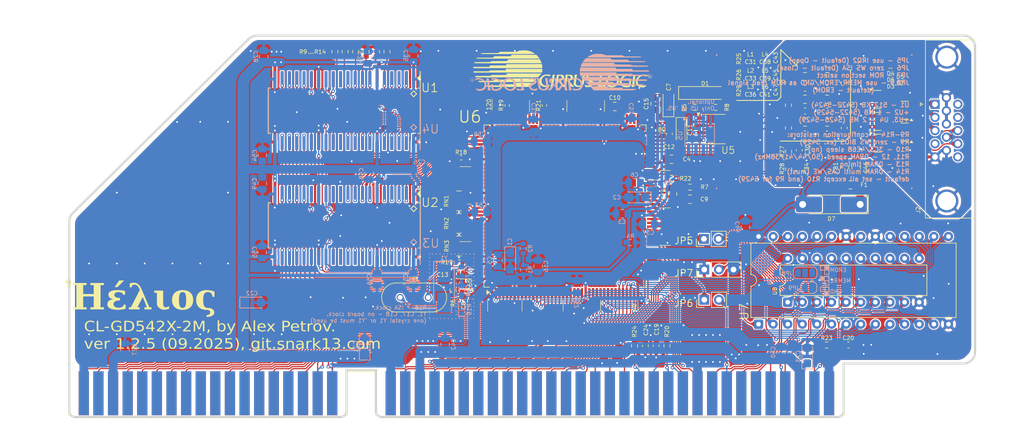
<source format=kicad_pcb>
(kicad_pcb
	(version 20241229)
	(generator "pcbnew")
	(generator_version "9.0")
	(general
		(thickness 1.6)
		(legacy_teardrops no)
	)
	(paper "A4")
	(title_block
		(title "Helios - Cirrus Logic GD542x-2M ISA VGA Card")
		(date "2025-08-09")
		(rev "1.1.5")
		(company "Alexander Petrov")
	)
	(layers
		(0 "F.Cu" signal)
		(2 "B.Cu" signal)
		(9 "F.Adhes" user "F.Adhesive")
		(11 "B.Adhes" user "B.Adhesive")
		(13 "F.Paste" user)
		(15 "B.Paste" user)
		(5 "F.SilkS" user "F.Silkscreen")
		(7 "B.SilkS" user "B.Silkscreen")
		(1 "F.Mask" user)
		(3 "B.Mask" user)
		(17 "Dwgs.User" user "User.Drawings")
		(19 "Cmts.User" user "User.Comments")
		(21 "Eco1.User" user "User.Eco1")
		(23 "Eco2.User" user "User.Eco2")
		(25 "Edge.Cuts" user)
		(27 "Margin" user)
		(31 "F.CrtYd" user "F.Courtyard")
		(29 "B.CrtYd" user "B.Courtyard")
		(35 "F.Fab" user)
		(33 "B.Fab" user)
	)
	(setup
		(stackup
			(layer "F.SilkS"
				(type "Top Silk Screen")
				(color "White")
			)
			(layer "F.Paste"
				(type "Top Solder Paste")
			)
			(layer "F.Mask"
				(type "Top Solder Mask")
				(color "Green")
				(thickness 0.01)
			)
			(layer "F.Cu"
				(type "copper")
				(thickness 0.035)
			)
			(layer "dielectric 1"
				(type "core")
				(color "FR4 natural")
				(thickness 1.51)
				(material "FR4")
				(epsilon_r 4.5)
				(loss_tangent 0.02)
			)
			(layer "B.Cu"
				(type "copper")
				(thickness 0.035)
			)
			(layer "B.Mask"
				(type "Bottom Solder Mask")
				(color "Green")
				(thickness 0.01)
			)
			(layer "B.Paste"
				(type "Bottom Solder Paste")
			)
			(layer "B.SilkS"
				(type "Bottom Silk Screen")
				(color "White")
			)
			(copper_finish "ENIG")
			(dielectric_constraints no)
		)
		(pad_to_mask_clearance 0)
		(allow_soldermask_bridges_in_footprints yes)
		(tenting front back)
		(pcbplotparams
			(layerselection 0x00000000_00000000_55555555_575555ff)
			(plot_on_all_layers_selection 0x00000000_00000000_00000000_02000000)
			(disableapertmacros no)
			(usegerberextensions yes)
			(usegerberattributes yes)
			(usegerberadvancedattributes yes)
			(creategerberjobfile yes)
			(dashed_line_dash_ratio 12.000000)
			(dashed_line_gap_ratio 3.000000)
			(svgprecision 4)
			(plotframeref no)
			(mode 1)
			(useauxorigin no)
			(hpglpennumber 1)
			(hpglpenspeed 20)
			(hpglpendiameter 15.000000)
			(pdf_front_fp_property_popups yes)
			(pdf_back_fp_property_popups yes)
			(pdf_metadata yes)
			(pdf_single_document no)
			(dxfpolygonmode yes)
			(dxfimperialunits yes)
			(dxfusepcbnewfont yes)
			(psnegative no)
			(psa4output no)
			(plot_black_and_white yes)
			(sketchpadsonfab no)
			(plotpadnumbers no)
			(hidednponfab no)
			(sketchdnponfab yes)
			(crossoutdnponfab yes)
			(subtractmaskfromsilk yes)
			(outputformat 1)
			(mirror no)
			(drillshape 0)
			(scaleselection 1)
			(outputdirectory "out/helios-0.5/")
		)
	)
	(net 0 "")
	(net 1 "/MD16")
	(net 2 "/MD17")
	(net 3 "/MD18")
	(net 4 "/MD19")
	(net 5 "/MD20")
	(net 6 "/MD21")
	(net 7 "/MD22")
	(net 8 "/MD23")
	(net 9 "/MD24")
	(net 10 "/MD25")
	(net 11 "/MD26")
	(net 12 "/MD27")
	(net 13 "/MD28")
	(net 14 "/MD29")
	(net 15 "/MD30")
	(net 16 "/MD31")
	(net 17 "/SD0")
	(net 18 "/SD1")
	(net 19 "/SD2")
	(net 20 "/SD3")
	(net 21 "/SD4")
	(net 22 "/SD5")
	(net 23 "/SD6")
	(net 24 "/SD7")
	(net 25 "/SD8")
	(net 26 "/SD9")
	(net 27 "/SD10")
	(net 28 "/SD11")
	(net 29 "/SD12")
	(net 30 "/SD13")
	(net 31 "/SD14")
	(net 32 "/SD15")
	(net 33 "/RESET")
	(net 34 "/LA23")
	(net 35 "/IOCHRDY")
	(net 36 "/LA22")
	(net 37 "/AEN")
	(net 38 "/BALE")
	(net 39 "/LA21")
	(net 40 "/LA20")
	(net 41 "/LA19")
	(net 42 "/LA18")
	(net 43 "/LA17")
	(net 44 "/SA16")
	(net 45 "/SA15")
	(net 46 "/SA14")
	(net 47 "/SA13")
	(net 48 "/SA12")
	(net 49 "/SA11")
	(net 50 "/SA10")
	(net 51 "/SA9")
	(net 52 "/SA8")
	(net 53 "/SA7")
	(net 54 "/SA6")
	(net 55 "/SA5")
	(net 56 "/SA4")
	(net 57 "/SA3")
	(net 58 "/SA2")
	(net 59 "/SA1")
	(net 60 "/SA0")
	(net 61 "/MD0")
	(net 62 "/MD1")
	(net 63 "/MD2")
	(net 64 "/MD3")
	(net 65 "/MD4")
	(net 66 "/MD5")
	(net 67 "/MD6")
	(net 68 "/MD7")
	(net 69 "VCC")
	(net 70 "RED")
	(net 71 "GREEN")
	(net 72 "BLUE")
	(net 73 "Net-(D1-A)")
	(net 74 "Net-(F1-Pad1)")
	(net 75 "MFILVDD")
	(net 76 "DACVSS")
	(net 77 "DACVDD")
	(net 78 "IREF")
	(net 79 "VFILVDD")
	(net 80 "MFILTER")
	(net 81 "VFILTER")
	(net 82 "/~{MEMW}")
	(net 83 "/~{MEMR}")
	(net 84 "/~{CAS3}")
	(net 85 "/~{IOR}")
	(net 86 "/~{CAS2}")
	(net 87 "/~{CAS1}")
	(net 88 "/~{CAS0}")
	(net 89 "/~{WE}")
	(net 90 "/~{RAS1}")
	(net 91 "/~{RAS0}")
	(net 92 "/~{EROM}")
	(net 93 "/~{IOCS16}")
	(net 94 "/~{MCS16}")
	(net 95 "/~{SBHE}")
	(net 96 "/~{REFRESH}")
	(net 97 "/~{IOW}")
	(net 98 "/0WS")
	(net 99 "VSYNC")
	(net 100 "HSYNC")
	(net 101 "/EEDI")
	(net 102 "/EECS")
	(net 103 "/P0")
	(net 104 "/P1")
	(net 105 "/P2")
	(net 106 "/P3")
	(net 107 "/P4")
	(net 108 "/P5")
	(net 109 "/P6")
	(net 110 "/P7")
	(net 111 "/DCLK")
	(net 112 "/~{BLANK}")
	(net 113 "/~{EVIDEO}")
	(net 114 "/~{ESYNC}")
	(net 115 "/~{EDCLK}")
	(net 116 "/MD15")
	(net 117 "/MD14")
	(net 118 "/MD13")
	(net 119 "/MD12")
	(net 120 "/MD11")
	(net 121 "/MD10")
	(net 122 "/MD9")
	(net 123 "/MD8")
	(net 124 "/MA8")
	(net 125 "/MA7")
	(net 126 "/MA6")
	(net 127 "/MA5")
	(net 128 "/MA4")
	(net 129 "/MA3")
	(net 130 "/MA2")
	(net 131 "/MA1")
	(net 132 "/MA0")
	(net 133 "/BOSC")
	(net 134 "unconnected-(J1--5V-Pad5)")
	(net 135 "unconnected-(J1-DRQ2-Pad6)")
	(net 136 "unconnected-(J1--12V-Pad7)")
	(net 137 "Net-(J1-UNUSED)")
	(net 138 "unconnected-(J1-+12V-Pad9)")
	(net 139 "unconnected-(J1-~{DACK3}-Pad15)")
	(net 140 "unconnected-(J1-DRQ3-Pad16)")
	(net 141 "unconnected-(J1-~{DACK1}-Pad17)")
	(net 142 "unconnected-(J1-DRQ1-Pad18)")
	(net 143 "unconnected-(J1-CLK-Pad20)")
	(net 144 "unconnected-(J1-IRQ7-Pad21)")
	(net 145 "unconnected-(J1-IRQ6-Pad22)")
	(net 146 "unconnected-(J1-IRQ5-Pad23)")
	(net 147 "unconnected-(J1-IRQ4-Pad24)")
	(net 148 "unconnected-(J1-IRQ3-Pad25)")
	(net 149 "unconnected-(J1-~{DACK2}-Pad26)")
	(net 150 "unconnected-(J1-TC-Pad27)")
	(net 151 "unconnected-(J1-IO-Pad32)")
	(net 152 "unconnected-(J1-BA19-Pad43)")
	(net 153 "unconnected-(J1-BA18-Pad44)")
	(net 154 "unconnected-(J1-BA17-Pad45)")
	(net 155 "unconnected-(J1-IRQ10-Pad65)")
	(net 156 "unconnected-(J1-IRQ11-Pad66)")
	(net 157 "unconnected-(J1-IRQ12-Pad67)")
	(net 158 "unconnected-(J1-IRQ15-Pad68)")
	(net 159 "unconnected-(J1-IRQ14-Pad69)")
	(net 160 "unconnected-(J1-~{DACK0}-Pad70)")
	(net 161 "unconnected-(J1-DRQ0-Pad71)")
	(net 162 "unconnected-(J1-~{DACK5}-Pad72)")
	(net 163 "unconnected-(J1-DRQ5-Pad73)")
	(net 164 "unconnected-(J1-~{DACK6}-Pad74)")
	(net 165 "unconnected-(J1-DRQ6-Pad75)")
	(net 166 "unconnected-(J1-~{DACK7}-Pad76)")
	(net 167 "unconnected-(J1-DRQ7-Pad77)")
	(net 168 "unconnected-(J1-MASTER-Pad79)")
	(net 169 "unconnected-(J1-~{MEMR}-Pad89)")
	(net 170 "unconnected-(J1-~{MEMW}-Pad90)")
	(net 171 "unconnected-(J2-Pad4)")
	(net 172 "unconnected-(J2-Pad11)")
	(net 173 "unconnected-(J2-Pad12)")
	(net 174 "unconnected-(J2-Pad15)")
	(net 175 "unconnected-(U1-NC-Pad11)")
	(net 176 "unconnected-(U1-NC-Pad12)")
	(net 177 "unconnected-(U1-NC-Pad15)")
	(net 178 "unconnected-(U1-NC-Pad30)")
	(net 179 "Net-(RN1-R2.1)")
	(net 180 "Net-(RN1-R4.1)")
	(net 181 "Net-(RN1-R1.1)")
	(net 182 "Net-(RN1-R3.1)")
	(net 183 "Net-(RN2-R1.1)")
	(net 184 "GND")
	(net 185 "Net-(RN2-R4.1)")
	(net 186 "GNDA")
	(net 187 "Net-(RN2-R3.1)")
	(net 188 "Net-(RN2-R2.1)")
	(net 189 "Net-(C8-Pad1)")
	(net 190 "Net-(C9-Pad1)")
	(net 191 "Net-(C30-Pad1)")
	(net 192 "Net-(C34-Pad1)")
	(net 193 "Net-(RN3-R3.1)")
	(net 194 "Net-(RN3-R2.1)")
	(net 195 "Net-(RN3-R1.1)")
	(net 196 "Net-(RN3-R4.1)")
	(net 197 "/~{MEMRC}")
	(net 198 "Net-(J1-IRQ2)")
	(net 199 "/IRQ2")
	(net 200 "Net-(C38-Pad1)")
	(net 201 "Net-(C39-Pad1)")
	(net 202 "Net-(C41-Pad1)")
	(net 203 "Net-(C43-Pad1)")
	(net 204 "Net-(C45-Pad1)")
	(net 205 "Net-(C46-Pad1)")
	(net 206 "Net-(C47-Pad1)")
	(net 207 "Net-(D7-K)")
	(net 208 "Net-(JP7-C)")
	(net 209 "Net-(JP8-C)")
	(net 210 "unconnected-(U3-NC-Pad11)")
	(net 211 "unconnected-(U3-NC-Pad30)")
	(net 212 "unconnected-(U3-NC-Pad15)")
	(net 213 "unconnected-(U3-NC-Pad12)")
	(net 214 "unconnected-(U4-NC-Pad11)")
	(net 215 "unconnected-(U4-NC-Pad15)")
	(net 216 "unconnected-(U4-NC-Pad30)")
	(net 217 "unconnected-(U4-NC-Pad12)")
	(net 218 "Net-(U7-D4)")
	(net 219 "Net-(U7-D7)")
	(net 220 "Net-(U7-D1)")
	(net 221 "Net-(U7-D5)")
	(net 222 "Net-(U7-D0)")
	(net 223 "Net-(U7-D3)")
	(net 224 "Net-(U7-D6)")
	(net 225 "Net-(U7-D2)")
	(net 226 "Net-(U6-XTAL)")
	(net 227 "Net-(U6-OSC)")
	(net 228 "Net-(U6-RESET)")
	(net 229 "Net-(U6-~{IOR})")
	(net 230 "Net-(U6-MA0)")
	(net 231 "Net-(U6-~{WE1})")
	(net 232 "Net-(U6-~{WE2})")
	(net 233 "Net-(U6-~{WE3})")
	(net 234 "Net-(U6-~{TWR})")
	(net 235 "unconnected-(U2-NC-Pad11)")
	(net 236 "unconnected-(U2-NC-Pad30)")
	(net 237 "unconnected-(U2-NC-Pad15)")
	(net 238 "unconnected-(U2-NC-Pad12)")
	(net 239 "unconnected-(U6-OVRW-Pad71)")
	(net 240 "unconnected-(U6-MCLK-Pad157)")
	(net 241 "unconnected-(U6-MA9-Pad143)")
	(net 242 "Net-('U5-Pad2)")
	(footprint "Package_SO_J-Lead:SOJ-40-Socket-LongPads" (layer "F.Cu") (at 120.865 81.127 180))
	(footprint "Package_SO_J-Lead:SOJ-40-Socket-LongPads" (layer "F.Cu") (at 120.865 61.174 180))
	(footprint "Connector_PinHeader_2.54mm:PinHeader_1x02_P2.54mm_Vertical" (layer "F.Cu") (at 184.075 93.925 90))
	(footprint "Capacitor_SMD:C_0603_1608Metric_Pad1.08x0.95mm_HandSolder" (layer "F.Cu") (at 209.1312 101.8032))
	(footprint "Resistor_SMD:R_0603_1608Metric" (layer "F.Cu") (at 205.359 101.8032))
	(footprint "Capacitor_SMD:C_0805_2012Metric_Pad1.18x1.45mm_HandSolder" (layer "F.Cu") (at 178.3588 69.4944))
	(footprint "Capacitor_SMD:C_0805_2012Metric" (layer "F.Cu") (at 168.525 60.325 180))
	(footprint "Capacitor_SMD:C_0805_2012Metric_Pad1.18x1.45mm_HandSolder" (layer "F.Cu") (at 175.5394 59.8424 90))
	(footprint "Capacitor_SMD:C_0805_2012Metric_Pad1.18x1.45mm_HandSolder" (layer "F.Cu") (at 141.351 89.535))
	(footprint "Capacitor_SMD:C_0805_2012Metric_Pad1.18x1.45mm_HandSolder" (layer "F.Cu") (at 178.562 75.5396 -90))
	(footprint "Capacitor_SMD:C_0603_1608Metric_Pad1.08x0.95mm_HandSolder" (layer "F.Cu") (at 200.5838 71.501 90))
	(footprint "Capacitor_SMD:C_0603_1608Metric_Pad1.08x0.95mm_HandSolder" (layer "F.Cu") (at 178 65.1002 -90))
	(footprint "Capacitor_Tantalum_SMD:CP_EIA-3216-18_Kemet-A" (layer "F.Cu") (at 177.85 59.8 90))
	(footprint "Capacitor_SMD:C_0805_2012Metric_Pad1.18x1.45mm_HandSolder" (layer "F.Cu") (at 210.5 70.925 -90))
	(footprint "Diode_SMD:D_MELF-RM10_Universal_Handsoldering" (layer "F.Cu") (at 206.175 77.35 180))
	(footprint "Fuse:Fuse_0805_2012Metric_Pad1.15x1.40mm_HandSolder" (layer "F.Cu") (at 209.4738 73.9394))
	(footprint "Inductor_SMD:L_0805_2012Metric_Pad1.15x1.40mm_HandSolder" (layer "F.Cu") (at 208.45 70.925 -90))
	(footprint "Resistor_SMD:R_0402_1005Metric_Pad0.72x0.64mm_HandSolder" (layer "F.Cu") (at 156.3 60.15 -90))
	(footprint "Resistor_SMD:R_0603_1608Metric" (layer "F.Cu") (at 140.4112 92.2782 -90))
	(footprint "Resistor_SMD:R_0603_1608Metric" (layer "F.Cu") (at 181.5846 74.3458))
	(footprint "Resistor_SMD:R_0603_1608Metric" (layer "F.Cu") (at 182.475 60.475))
	(footprint "Resistor_SMD:R_0603_1608Metric" (layer "F.Cu") (at 186.05 60.475 180))
	(footprint "Resistor_SMD:R_0603_1608Metric" (layer "F.Cu") (at 198.75 68.125 -90))
	(footprint "Resistor_SMD:R_0603_1608Metric" (layer "F.Cu") (at 198.75 71.2216 90))
	(footprint "Package_SO:SOIC-8_3.9x4.9mm_P1.27mm" (layer "F.Cu") (at 185.775 64.25))
	(footprint "Resistor_SMD:R_0402_1005Metric_Pad0.72x0.64mm_HandSolder" (layer "F.Cu") (at 149.8 60.15 -90))
	(footprint "Capacitor_SMD:C_0805_2012Metric" (layer "F.Cu") (at 142.2654 92.4052 90))
	(footprint "Capacitor_SMD:C_0805_2012Metric" (layer "F.Cu") (at 181.5846 76.454 180))
	(footprint "Connector_PCBEdge:BUS_AT" (layer "F.Cu") (at 205.7659 110.17758))
	(footprint "Connector_PinHeader_2.54mm:PinHeader_1x03_P2.54mm_Vertical" (layer "F.Cu") (at 184.075 88.675 90))
	(footprint "Inductor_SMD:L_0805_2012Metric_Pad1.15x1.40mm_HandSolder" (layer "F.Cu") (at 205.42298 59.071256))
	(footprint "Inductor_SMD:L_0805_2012Metric_Pad1.15x1.40mm_HandSolder" (layer "F.Cu") (at 201.58642 55.14086))
	(footprint "Inductor_SMD:L_0805_2012Metric_Pad1.15x1.40mm_HandSolder" (layer "F.Cu") (at 201.58642 59.07024))
	(footprint "Inductor_SMD:L_0805_2012Metric_Pad1.15x1.40mm_HandSolder" (layer "F.Cu") (at 201.58642 63.03264))
	(footprint "Inductor_SMD:L_0805_2012Metric_Pad1.15x1.40mm_HandSolder" (layer "F.Cu") (at 205.42298 63.03772))
	(footprint "Inductor_SMD:L_0805_2012Metric_Pad1.15x1.40mm_HandSolder"
		(layer "F.Cu")
		(uuid "00000000-0000-0000-0000-00005ef3c271")
		(at 205.42298 55.14086)
		(descr "Inductor SMD 0805 (2012 Metric), square (rectangular) end terminal, IPC_7351 nominal with elongated pad for handsoldering. (Body size source: https://docs.google.com/spreadsheets/d/1BsfQQcO9C6DZCsRaXUlFlo91Tg2WpOkGARC1WS5S8t0/edit?usp=sharing), generated with kicad-footprint-generator")
		(tags "inductor handsolder")
		(property "Reference" "L4"
			(at -10.78278 -3.87086 0)
			(layer "F.SilkS")
			(uuid "019db332-00ce-48b0-ba53-6f013c5b6c32")
			(effects
				(font
					(size 0.7 0.7)
					(thickness 0.1)
				)
			)
		)
		(property "Value" "100n"
			(at 0 1.65 0)
			(layer "F.Fab")
			(uuid "e432989e-5e6c-4081-99e3-0018e8d3edad")
			(effects
				(font
					(size 0.7 0.7)
					(thickness 0.1)
				)
			)
		)
		(property "Datasheet" "~"
			(at 0 0 0)
			(layer "F.Fab")
			(hide yes)
			(uuid "9c7ff203-fdd2-4c2e-90fc-e060db4cb20e")
			(effects
				(font
					(size 1.27 1.27)
					(thickness 0.15)
				)
			)
		)
		(property "Description" ""
			(at 0 0 0)
			(layer "F.Fab")
			(hide yes)
			(uuid "03e003da-9ffc-4f68-9796-dd3ed051d356")
			(effects
				(font
					(size 1.27 1.27)
					(thickness 0.15)
				)
			)
		)
		(property ki_fp_filters "Choke_* *Coil* Inductor_* L_*")
		(path "/00000000-0000-0000-0000-00005f3dec25")
		(sheetname "/")
		(sheetfile "helios.kicad_sch")
		(attr smd)
		(fp_line
			(start -0.261252 -0.71)
			(end 0.261252 -0.71)
			(stroke
				(width 0.12)
				(type solid)
			)
			(layer "F.SilkS")
			(uuid "387e1567-c669-4b99-8f3a-64a0eaf6da4a")
		)
		(fp_line
			(start -0.261252 0.71)
			(end 0.261252 0.71)
			(stroke
				(width 0.12)
				(type solid)
			)
			(layer "F.SilkS")
			(uuid "d6e84898-0faf-4540-9a0a-620d3f27b862")
		)
		(fp_line
			(start -1.85 -0.95)
			(end 1.85 -0.95)
			(stroke
				(width 0.05)
				(type solid)
			)
			(layer "F.CrtYd")
			(uuid "1ebd2f95-4d26-484b-8d56-1cbbe59f8051")
		)
		(fp_line
			(start -1.85 0.95)
			(end -1.85 -0.95)
			(stroke
				(width 0.05)
				(type solid)
			)
			(layer "F.CrtYd")
			(uuid "c5e67058-b35b-4ecc-aa65-2bfa6ef4a2
... [3205392 chars truncated]
</source>
